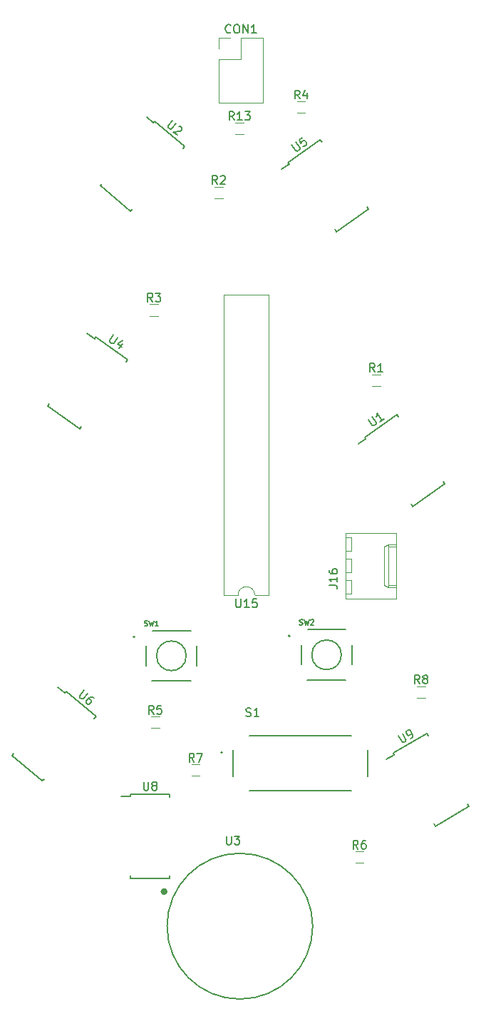
<source format=gto>
G04 #@! TF.FileFunction,Legend,Top*
%FSLAX46Y46*%
G04 Gerber Fmt 4.6, Leading zero omitted, Abs format (unit mm)*
G04 Created by KiCad (PCBNEW 4.0.7) date Sunday, November 19, 2023 'AMt' 11:29:43 AM*
%MOMM*%
%LPD*%
G01*
G04 APERTURE LIST*
%ADD10C,0.020000*%
%ADD11C,0.120000*%
%ADD12C,0.150000*%
%ADD13C,0.127000*%
%ADD14C,0.200000*%
%ADD15C,0.400000*%
G04 APERTURE END LIST*
D10*
D11*
X165320600Y-81871100D02*
X164320600Y-81871100D01*
X164320600Y-80511100D02*
X165320600Y-80511100D01*
X146613500Y-59577520D02*
X145613500Y-59577520D01*
X145613500Y-58217520D02*
X146613500Y-58217520D01*
X138932540Y-73542440D02*
X137932540Y-73542440D01*
X137932540Y-72182440D02*
X138932540Y-72182440D01*
X156405200Y-49460700D02*
X155405200Y-49460700D01*
X155405200Y-48100700D02*
X156405200Y-48100700D01*
X139054460Y-122470460D02*
X138054460Y-122470460D01*
X138054460Y-121110460D02*
X139054460Y-121110460D01*
X163334320Y-138475000D02*
X162334320Y-138475000D01*
X162334320Y-137115000D02*
X163334320Y-137115000D01*
X143862680Y-128142280D02*
X142862680Y-128142280D01*
X142862680Y-126782280D02*
X143862680Y-126782280D01*
X170657140Y-118840800D02*
X169657140Y-118840800D01*
X169657140Y-117480800D02*
X170657140Y-117480800D01*
D12*
X163435649Y-87951524D02*
X163564703Y-88135833D01*
X167244706Y-85284393D02*
X167431118Y-85550618D01*
X172980929Y-93476569D02*
X172794517Y-93210345D01*
X169171872Y-96143700D02*
X168985460Y-95877475D01*
X163435649Y-87951524D02*
X167244706Y-85284393D01*
X169171872Y-96143700D02*
X172980929Y-93476569D01*
X163564703Y-88135833D02*
X162684115Y-88752428D01*
X138495535Y-50462688D02*
X138350908Y-50635048D01*
X142057642Y-53451650D02*
X141848736Y-53700615D01*
X135629251Y-61112707D02*
X135838157Y-60863743D01*
X132067145Y-58123745D02*
X132276051Y-57874781D01*
X138495535Y-50462688D02*
X142057642Y-53451650D01*
X132067145Y-58123745D02*
X135629251Y-61112707D01*
X138350908Y-50635048D02*
X137527410Y-49944051D01*
X131505014Y-76074353D02*
X131375960Y-76258663D01*
X135314071Y-78741484D02*
X135127659Y-79007708D01*
X129577848Y-86933660D02*
X129764260Y-86667435D01*
X125768791Y-84266529D02*
X125955203Y-84000305D01*
X131505014Y-76074353D02*
X135314071Y-78741484D01*
X125768791Y-84266529D02*
X129577848Y-86933660D01*
X131375960Y-76258663D02*
X130495371Y-75642068D01*
X154362769Y-55358244D02*
X154491823Y-55542553D01*
X158171826Y-52691113D02*
X158358238Y-52957338D01*
X163908049Y-60883289D02*
X163721637Y-60617065D01*
X160098992Y-63550420D02*
X159912580Y-63284195D01*
X154362769Y-55358244D02*
X158171826Y-52691113D01*
X160098992Y-63550420D02*
X163908049Y-60883289D01*
X154491823Y-55542553D02*
X153611235Y-56159148D01*
X127992635Y-118087648D02*
X127848008Y-118260008D01*
X131554742Y-121076610D02*
X131345836Y-121325575D01*
X125126351Y-128737667D02*
X125335257Y-128488703D01*
X121564245Y-125748705D02*
X121773151Y-125499741D01*
X127992635Y-118087648D02*
X131554742Y-121076610D01*
X121564245Y-125748705D02*
X125126351Y-128737667D01*
X127848008Y-118260008D02*
X127024510Y-117569011D01*
X135630020Y-130318100D02*
X135630020Y-130543100D01*
X140280020Y-130318100D02*
X140280020Y-130643100D01*
X140280020Y-140318900D02*
X140280020Y-139993900D01*
X135630020Y-140318900D02*
X135630020Y-139993900D01*
X135630020Y-130318100D02*
X140280020Y-130318100D01*
X135630020Y-140318900D02*
X140280020Y-140318900D01*
X135630020Y-130543100D02*
X134555020Y-130543100D01*
X166824531Y-125433904D02*
X166937031Y-125628759D01*
X170851549Y-123108904D02*
X171014049Y-123390362D01*
X175851949Y-131769850D02*
X175689449Y-131488392D01*
X171824931Y-134094850D02*
X171662431Y-133813392D01*
X166824531Y-125433904D02*
X170851549Y-123108904D01*
X171824931Y-134094850D02*
X175851949Y-131769850D01*
X166937031Y-125628759D02*
X166006054Y-126166259D01*
D11*
X161229100Y-107097500D02*
X167229100Y-107097500D01*
X167229100Y-107097500D02*
X167229100Y-99277500D01*
X167229100Y-99277500D02*
X161229100Y-99277500D01*
X161229100Y-99277500D02*
X161229100Y-107097500D01*
X167229100Y-105727500D02*
X166229100Y-105727500D01*
X166229100Y-105727500D02*
X166229100Y-100647500D01*
X166229100Y-100647500D02*
X167229100Y-100647500D01*
X166229100Y-105727500D02*
X165799100Y-105477500D01*
X165799100Y-105477500D02*
X165799100Y-100897500D01*
X165799100Y-100897500D02*
X166229100Y-100647500D01*
X167229100Y-105477500D02*
X166229100Y-105477500D01*
X167229100Y-100897500D02*
X166229100Y-100897500D01*
X161229100Y-106527500D02*
X161849100Y-106527500D01*
X161849100Y-106527500D02*
X161849100Y-104927500D01*
X161849100Y-104927500D02*
X161229100Y-104927500D01*
X161229100Y-103987500D02*
X161849100Y-103987500D01*
X161849100Y-103987500D02*
X161849100Y-102387500D01*
X161849100Y-102387500D02*
X161229100Y-102387500D01*
X161229100Y-101447500D02*
X161849100Y-101447500D01*
X161849100Y-101447500D02*
X161849100Y-99847500D01*
X161849100Y-99847500D02*
X161229100Y-99847500D01*
X149084920Y-51985460D02*
X148084920Y-51985460D01*
X148084920Y-50625460D02*
X149084920Y-50625460D01*
D13*
X138287400Y-110885900D02*
X142787400Y-110885900D01*
X143487400Y-112730900D02*
X143487400Y-115030900D01*
X142787400Y-116875900D02*
X138187400Y-116875900D01*
X137492400Y-112730900D02*
X137492400Y-115030900D01*
X142242400Y-113880900D02*
G75*
G03X142242400Y-113880900I-1755000J0D01*
G01*
D14*
X136142400Y-111630900D02*
G75*
G03X136142400Y-111630900I-100000J0D01*
G01*
D13*
X156727800Y-110771600D02*
X161227800Y-110771600D01*
X161927800Y-112616600D02*
X161927800Y-114916600D01*
X161227800Y-116761600D02*
X156627800Y-116761600D01*
X155932800Y-112616600D02*
X155932800Y-114916600D01*
X160682800Y-113766600D02*
G75*
G03X160682800Y-113766600I-1755000J0D01*
G01*
D14*
X154582800Y-111516600D02*
G75*
G03X154582800Y-111516600I-100000J0D01*
G01*
D11*
X148402800Y-106689200D02*
G75*
G02X150402800Y-106689200I1000000J0D01*
G01*
X150402800Y-106689200D02*
X152052800Y-106689200D01*
X152052800Y-106689200D02*
X152052800Y-71009200D01*
X152052800Y-71009200D02*
X146752800Y-71009200D01*
X146752800Y-71009200D02*
X146752800Y-106689200D01*
X146752800Y-106689200D02*
X148402800Y-106689200D01*
D13*
X157278100Y-145961100D02*
G75*
G03X157278100Y-145961100I-8650000J0D01*
G01*
D15*
X139828100Y-141861100D02*
G75*
G03X139828100Y-141861100I-200000J0D01*
G01*
D11*
X146150020Y-48279360D02*
X151350020Y-48279360D01*
X146150020Y-43139360D02*
X146150020Y-48279360D01*
X151350020Y-40539360D02*
X151350020Y-48279360D01*
X146150020Y-43139360D02*
X148750020Y-43139360D01*
X148750020Y-43139360D02*
X148750020Y-40539360D01*
X148750020Y-40539360D02*
X151350020Y-40539360D01*
X146150020Y-41869360D02*
X146150020Y-40539360D01*
X146150020Y-40539360D02*
X147480020Y-40539360D01*
D13*
X149774000Y-123369000D02*
X161884000Y-123369000D01*
X163829000Y-125064000D02*
X163829000Y-128174000D01*
X149774000Y-129869000D02*
X161884000Y-129869000D01*
X147829000Y-125064000D02*
X147829000Y-128174000D01*
D14*
X146554000Y-125369000D02*
G75*
G03X146554000Y-125369000I-100000J0D01*
G01*
D12*
X164653934Y-80193481D02*
X164320600Y-79717290D01*
X164082505Y-80193481D02*
X164082505Y-79193481D01*
X164463458Y-79193481D01*
X164558696Y-79241100D01*
X164606315Y-79288719D01*
X164653934Y-79383957D01*
X164653934Y-79526814D01*
X164606315Y-79622052D01*
X164558696Y-79669671D01*
X164463458Y-79717290D01*
X164082505Y-79717290D01*
X165606315Y-80193481D02*
X165034886Y-80193481D01*
X165320600Y-80193481D02*
X165320600Y-79193481D01*
X165225362Y-79336338D01*
X165130124Y-79431576D01*
X165034886Y-79479195D01*
X145946834Y-57899901D02*
X145613500Y-57423710D01*
X145375405Y-57899901D02*
X145375405Y-56899901D01*
X145756358Y-56899901D01*
X145851596Y-56947520D01*
X145899215Y-56995139D01*
X145946834Y-57090377D01*
X145946834Y-57233234D01*
X145899215Y-57328472D01*
X145851596Y-57376091D01*
X145756358Y-57423710D01*
X145375405Y-57423710D01*
X146327786Y-56995139D02*
X146375405Y-56947520D01*
X146470643Y-56899901D01*
X146708739Y-56899901D01*
X146803977Y-56947520D01*
X146851596Y-56995139D01*
X146899215Y-57090377D01*
X146899215Y-57185615D01*
X146851596Y-57328472D01*
X146280167Y-57899901D01*
X146899215Y-57899901D01*
X138265874Y-71864821D02*
X137932540Y-71388630D01*
X137694445Y-71864821D02*
X137694445Y-70864821D01*
X138075398Y-70864821D01*
X138170636Y-70912440D01*
X138218255Y-70960059D01*
X138265874Y-71055297D01*
X138265874Y-71198154D01*
X138218255Y-71293392D01*
X138170636Y-71341011D01*
X138075398Y-71388630D01*
X137694445Y-71388630D01*
X138599207Y-70864821D02*
X139218255Y-70864821D01*
X138884921Y-71245773D01*
X139027779Y-71245773D01*
X139123017Y-71293392D01*
X139170636Y-71341011D01*
X139218255Y-71436250D01*
X139218255Y-71674345D01*
X139170636Y-71769583D01*
X139123017Y-71817202D01*
X139027779Y-71864821D01*
X138742064Y-71864821D01*
X138646826Y-71817202D01*
X138599207Y-71769583D01*
X155738534Y-47783081D02*
X155405200Y-47306890D01*
X155167105Y-47783081D02*
X155167105Y-46783081D01*
X155548058Y-46783081D01*
X155643296Y-46830700D01*
X155690915Y-46878319D01*
X155738534Y-46973557D01*
X155738534Y-47116414D01*
X155690915Y-47211652D01*
X155643296Y-47259271D01*
X155548058Y-47306890D01*
X155167105Y-47306890D01*
X156595677Y-47116414D02*
X156595677Y-47783081D01*
X156357581Y-46735462D02*
X156119486Y-47449748D01*
X156738534Y-47449748D01*
X138387794Y-120792841D02*
X138054460Y-120316650D01*
X137816365Y-120792841D02*
X137816365Y-119792841D01*
X138197318Y-119792841D01*
X138292556Y-119840460D01*
X138340175Y-119888079D01*
X138387794Y-119983317D01*
X138387794Y-120126174D01*
X138340175Y-120221412D01*
X138292556Y-120269031D01*
X138197318Y-120316650D01*
X137816365Y-120316650D01*
X139292556Y-119792841D02*
X138816365Y-119792841D01*
X138768746Y-120269031D01*
X138816365Y-120221412D01*
X138911603Y-120173793D01*
X139149699Y-120173793D01*
X139244937Y-120221412D01*
X139292556Y-120269031D01*
X139340175Y-120364270D01*
X139340175Y-120602365D01*
X139292556Y-120697603D01*
X139244937Y-120745222D01*
X139149699Y-120792841D01*
X138911603Y-120792841D01*
X138816365Y-120745222D01*
X138768746Y-120697603D01*
X162667654Y-136797381D02*
X162334320Y-136321190D01*
X162096225Y-136797381D02*
X162096225Y-135797381D01*
X162477178Y-135797381D01*
X162572416Y-135845000D01*
X162620035Y-135892619D01*
X162667654Y-135987857D01*
X162667654Y-136130714D01*
X162620035Y-136225952D01*
X162572416Y-136273571D01*
X162477178Y-136321190D01*
X162096225Y-136321190D01*
X163524797Y-135797381D02*
X163334320Y-135797381D01*
X163239082Y-135845000D01*
X163191463Y-135892619D01*
X163096225Y-136035476D01*
X163048606Y-136225952D01*
X163048606Y-136606905D01*
X163096225Y-136702143D01*
X163143844Y-136749762D01*
X163239082Y-136797381D01*
X163429559Y-136797381D01*
X163524797Y-136749762D01*
X163572416Y-136702143D01*
X163620035Y-136606905D01*
X163620035Y-136368810D01*
X163572416Y-136273571D01*
X163524797Y-136225952D01*
X163429559Y-136178333D01*
X163239082Y-136178333D01*
X163143844Y-136225952D01*
X163096225Y-136273571D01*
X163048606Y-136368810D01*
X143196014Y-126464661D02*
X142862680Y-125988470D01*
X142624585Y-126464661D02*
X142624585Y-125464661D01*
X143005538Y-125464661D01*
X143100776Y-125512280D01*
X143148395Y-125559899D01*
X143196014Y-125655137D01*
X143196014Y-125797994D01*
X143148395Y-125893232D01*
X143100776Y-125940851D01*
X143005538Y-125988470D01*
X142624585Y-125988470D01*
X143529347Y-125464661D02*
X144196014Y-125464661D01*
X143767442Y-126464661D01*
X169990474Y-117163181D02*
X169657140Y-116686990D01*
X169419045Y-117163181D02*
X169419045Y-116163181D01*
X169799998Y-116163181D01*
X169895236Y-116210800D01*
X169942855Y-116258419D01*
X169990474Y-116353657D01*
X169990474Y-116496514D01*
X169942855Y-116591752D01*
X169895236Y-116639371D01*
X169799998Y-116686990D01*
X169419045Y-116686990D01*
X170561902Y-116591752D02*
X170466664Y-116544133D01*
X170419045Y-116496514D01*
X170371426Y-116401276D01*
X170371426Y-116353657D01*
X170419045Y-116258419D01*
X170466664Y-116210800D01*
X170561902Y-116163181D01*
X170752379Y-116163181D01*
X170847617Y-116210800D01*
X170895236Y-116258419D01*
X170942855Y-116353657D01*
X170942855Y-116401276D01*
X170895236Y-116496514D01*
X170847617Y-116544133D01*
X170752379Y-116591752D01*
X170561902Y-116591752D01*
X170466664Y-116639371D01*
X170419045Y-116686990D01*
X170371426Y-116782229D01*
X170371426Y-116972705D01*
X170419045Y-117067943D01*
X170466664Y-117115562D01*
X170561902Y-117163181D01*
X170752379Y-117163181D01*
X170847617Y-117115562D01*
X170895236Y-117067943D01*
X170942855Y-116972705D01*
X170942855Y-116782229D01*
X170895236Y-116686990D01*
X170847617Y-116639371D01*
X170752379Y-116591752D01*
X163871402Y-85848671D02*
X164335725Y-86511794D01*
X164429359Y-86562495D01*
X164495679Y-86574189D01*
X164601007Y-86558570D01*
X164757036Y-86449317D01*
X164807738Y-86355683D01*
X164819432Y-86289363D01*
X164803813Y-86184036D01*
X164339489Y-85520912D01*
X165732217Y-85766488D02*
X165264130Y-86094246D01*
X165498173Y-85930367D02*
X164924597Y-85111215D01*
X164928522Y-85282863D01*
X164905134Y-85415504D01*
X164854432Y-85509137D01*
X140639517Y-50339334D02*
X140119165Y-50959466D01*
X140094425Y-51063031D01*
X140100294Y-51130118D01*
X140142642Y-51227814D01*
X140288556Y-51350251D01*
X140392121Y-51374990D01*
X140459209Y-51369121D01*
X140556905Y-51326773D01*
X141077257Y-50706642D01*
X141344343Y-51055079D02*
X141411430Y-51049209D01*
X141514996Y-51073949D01*
X141697388Y-51226994D01*
X141739736Y-51324690D01*
X141745605Y-51391777D01*
X141720865Y-51495343D01*
X141659648Y-51568299D01*
X141531343Y-51647125D01*
X140726295Y-51717558D01*
X141200513Y-52115474D01*
X133630086Y-75764609D02*
X133165762Y-76427732D01*
X133150143Y-76533060D01*
X133161837Y-76599380D01*
X133212539Y-76693014D01*
X133368568Y-76802267D01*
X133473896Y-76817886D01*
X133540216Y-76806192D01*
X133633850Y-76755490D01*
X134098174Y-76092367D01*
X134648119Y-76884368D02*
X134265735Y-77430469D01*
X134671588Y-76435744D02*
X134066854Y-76884287D01*
X134573948Y-77239358D01*
X154798522Y-53255391D02*
X155262845Y-53918514D01*
X155356479Y-53969215D01*
X155422799Y-53980909D01*
X155528127Y-53965290D01*
X155684156Y-53856037D01*
X155734858Y-53762403D01*
X155746552Y-53696083D01*
X155730933Y-53590756D01*
X155266609Y-52927632D01*
X156046754Y-52381369D02*
X155656681Y-52654501D01*
X155890805Y-53071886D01*
X155902499Y-53005566D01*
X155953200Y-52911932D01*
X156148237Y-52775366D01*
X156253565Y-52759747D01*
X156319885Y-52771441D01*
X156413519Y-52822143D01*
X156550085Y-53017179D01*
X156565704Y-53122507D01*
X156554010Y-53188827D01*
X156503309Y-53282460D01*
X156308272Y-53419027D01*
X156202944Y-53434646D01*
X156136624Y-53422952D01*
X130136617Y-117964294D02*
X129616265Y-118584426D01*
X129591525Y-118687991D01*
X129597394Y-118755078D01*
X129639742Y-118852774D01*
X129785656Y-118975211D01*
X129889221Y-118999950D01*
X129956309Y-118994081D01*
X130054005Y-118951733D01*
X130574357Y-118331602D01*
X131267445Y-118913172D02*
X131121531Y-118790735D01*
X131017965Y-118765996D01*
X130950878Y-118771865D01*
X130786095Y-118820082D01*
X130627181Y-118935386D01*
X130382309Y-119227213D01*
X130357570Y-119330779D01*
X130363439Y-119397866D01*
X130405787Y-119495562D01*
X130551700Y-119617998D01*
X130655266Y-119642738D01*
X130722353Y-119636869D01*
X130820049Y-119594521D01*
X130973094Y-119412130D01*
X130997834Y-119308563D01*
X130991964Y-119241476D01*
X130949617Y-119143780D01*
X130803703Y-119021344D01*
X130700137Y-118996604D01*
X130633050Y-119002474D01*
X130535354Y-119044822D01*
X137193115Y-128845481D02*
X137193115Y-129655005D01*
X137240734Y-129750243D01*
X137288353Y-129797862D01*
X137383591Y-129845481D01*
X137574068Y-129845481D01*
X137669306Y-129797862D01*
X137716925Y-129750243D01*
X137764544Y-129655005D01*
X137764544Y-128845481D01*
X138383591Y-129274052D02*
X138288353Y-129226433D01*
X138240734Y-129178814D01*
X138193115Y-129083576D01*
X138193115Y-129035957D01*
X138240734Y-128940719D01*
X138288353Y-128893100D01*
X138383591Y-128845481D01*
X138574068Y-128845481D01*
X138669306Y-128893100D01*
X138716925Y-128940719D01*
X138764544Y-129035957D01*
X138764544Y-129083576D01*
X138716925Y-129178814D01*
X138669306Y-129226433D01*
X138574068Y-129274052D01*
X138383591Y-129274052D01*
X138288353Y-129321671D01*
X138240734Y-129369290D01*
X138193115Y-129464529D01*
X138193115Y-129655005D01*
X138240734Y-129750243D01*
X138288353Y-129797862D01*
X138383591Y-129845481D01*
X138574068Y-129845481D01*
X138669306Y-129797862D01*
X138716925Y-129750243D01*
X138764544Y-129655005D01*
X138764544Y-129464529D01*
X138716925Y-129369290D01*
X138669306Y-129321671D01*
X138574068Y-129274052D01*
X167441901Y-123377031D02*
X167846663Y-124078099D01*
X167935522Y-124136768D01*
X168000570Y-124154198D01*
X168106858Y-124147818D01*
X168271816Y-124052579D01*
X168330485Y-123963721D01*
X168347915Y-123898672D01*
X168341535Y-123792384D01*
X167936773Y-123091316D01*
X168890405Y-123695437D02*
X169055362Y-123600199D01*
X169114032Y-123511340D01*
X169131462Y-123446291D01*
X169142512Y-123274955D01*
X169088513Y-123086188D01*
X168898037Y-122756273D01*
X168809179Y-122697604D01*
X168744130Y-122680174D01*
X168637842Y-122686554D01*
X168472884Y-122781793D01*
X168414215Y-122870651D01*
X168396785Y-122935700D01*
X168403165Y-123041988D01*
X168522212Y-123248184D01*
X168611071Y-123306853D01*
X168676120Y-123324284D01*
X168782408Y-123317904D01*
X168947366Y-123222665D01*
X169006035Y-123133807D01*
X169023464Y-123068757D01*
X169017084Y-122962469D01*
X159201481Y-105537023D02*
X159915767Y-105537023D01*
X160058624Y-105584643D01*
X160153862Y-105679881D01*
X160201481Y-105822738D01*
X160201481Y-105917976D01*
X160201481Y-104537023D02*
X160201481Y-105108452D01*
X160201481Y-104822738D02*
X159201481Y-104822738D01*
X159344338Y-104917976D01*
X159439576Y-105013214D01*
X159487195Y-105108452D01*
X159201481Y-103679880D02*
X159201481Y-103870357D01*
X159249100Y-103965595D01*
X159296719Y-104013214D01*
X159439576Y-104108452D01*
X159630052Y-104156071D01*
X160011005Y-104156071D01*
X160106243Y-104108452D01*
X160153862Y-104060833D01*
X160201481Y-103965595D01*
X160201481Y-103775118D01*
X160153862Y-103679880D01*
X160106243Y-103632261D01*
X160011005Y-103584642D01*
X159772910Y-103584642D01*
X159677671Y-103632261D01*
X159630052Y-103679880D01*
X159582433Y-103775118D01*
X159582433Y-103965595D01*
X159630052Y-104060833D01*
X159677671Y-104108452D01*
X159772910Y-104156071D01*
X147942063Y-50307841D02*
X147608729Y-49831650D01*
X147370634Y-50307841D02*
X147370634Y-49307841D01*
X147751587Y-49307841D01*
X147846825Y-49355460D01*
X147894444Y-49403079D01*
X147942063Y-49498317D01*
X147942063Y-49641174D01*
X147894444Y-49736412D01*
X147846825Y-49784031D01*
X147751587Y-49831650D01*
X147370634Y-49831650D01*
X148894444Y-50307841D02*
X148323015Y-50307841D01*
X148608729Y-50307841D02*
X148608729Y-49307841D01*
X148513491Y-49450698D01*
X148418253Y-49545936D01*
X148323015Y-49593555D01*
X149227777Y-49307841D02*
X149846825Y-49307841D01*
X149513491Y-49688793D01*
X149656349Y-49688793D01*
X149751587Y-49736412D01*
X149799206Y-49784031D01*
X149846825Y-49879270D01*
X149846825Y-50117365D01*
X149799206Y-50212603D01*
X149751587Y-50260222D01*
X149656349Y-50307841D01*
X149370634Y-50307841D01*
X149275396Y-50260222D01*
X149227777Y-50212603D01*
X137283843Y-110291762D02*
X137373935Y-110321792D01*
X137524088Y-110321792D01*
X137584150Y-110291762D01*
X137614180Y-110261731D01*
X137644211Y-110201670D01*
X137644211Y-110141609D01*
X137614180Y-110081547D01*
X137584150Y-110051517D01*
X137524088Y-110021486D01*
X137403966Y-109991456D01*
X137343905Y-109961425D01*
X137313874Y-109931394D01*
X137283843Y-109871333D01*
X137283843Y-109811272D01*
X137313874Y-109751211D01*
X137343905Y-109721180D01*
X137403966Y-109691149D01*
X137554119Y-109691149D01*
X137644211Y-109721180D01*
X137854425Y-109691149D02*
X138004578Y-110321792D01*
X138124700Y-109871333D01*
X138244823Y-110321792D01*
X138394976Y-109691149D01*
X138965558Y-110321792D02*
X138605190Y-110321792D01*
X138785374Y-110321792D02*
X138785374Y-109691149D01*
X138725313Y-109781241D01*
X138665252Y-109841302D01*
X138605190Y-109871333D01*
X155724243Y-110177462D02*
X155814335Y-110207492D01*
X155964488Y-110207492D01*
X156024550Y-110177462D01*
X156054580Y-110147431D01*
X156084611Y-110087370D01*
X156084611Y-110027309D01*
X156054580Y-109967247D01*
X156024550Y-109937217D01*
X155964488Y-109907186D01*
X155844366Y-109877156D01*
X155784305Y-109847125D01*
X155754274Y-109817094D01*
X155724243Y-109757033D01*
X155724243Y-109696972D01*
X155754274Y-109636911D01*
X155784305Y-109606880D01*
X155844366Y-109576849D01*
X155994519Y-109576849D01*
X156084611Y-109606880D01*
X156294825Y-109576849D02*
X156444978Y-110207492D01*
X156565100Y-109757033D01*
X156685223Y-110207492D01*
X156835376Y-109576849D01*
X157045590Y-109636911D02*
X157075621Y-109606880D01*
X157135682Y-109576849D01*
X157285835Y-109576849D01*
X157345897Y-109606880D01*
X157375927Y-109636911D01*
X157405958Y-109696972D01*
X157405958Y-109757033D01*
X157375927Y-109847125D01*
X157015560Y-110207492D01*
X157405958Y-110207492D01*
X148164705Y-107141581D02*
X148164705Y-107951105D01*
X148212324Y-108046343D01*
X148259943Y-108093962D01*
X148355181Y-108141581D01*
X148545658Y-108141581D01*
X148640896Y-108093962D01*
X148688515Y-108046343D01*
X148736134Y-107951105D01*
X148736134Y-107141581D01*
X149736134Y-108141581D02*
X149164705Y-108141581D01*
X149450419Y-108141581D02*
X149450419Y-107141581D01*
X149355181Y-107284438D01*
X149259943Y-107379676D01*
X149164705Y-107427295D01*
X150640896Y-107141581D02*
X150164705Y-107141581D01*
X150117086Y-107617771D01*
X150164705Y-107570152D01*
X150259943Y-107522533D01*
X150498039Y-107522533D01*
X150593277Y-107570152D01*
X150640896Y-107617771D01*
X150688515Y-107713010D01*
X150688515Y-107951105D01*
X150640896Y-108046343D01*
X150593277Y-108093962D01*
X150498039Y-108141581D01*
X150259943Y-108141581D01*
X150164705Y-108093962D01*
X150117086Y-108046343D01*
X147041195Y-135278481D02*
X147041195Y-136088005D01*
X147088814Y-136183243D01*
X147136433Y-136230862D01*
X147231671Y-136278481D01*
X147422148Y-136278481D01*
X147517386Y-136230862D01*
X147565005Y-136183243D01*
X147612624Y-136088005D01*
X147612624Y-135278481D01*
X147993576Y-135278481D02*
X148612624Y-135278481D01*
X148279290Y-135659433D01*
X148422148Y-135659433D01*
X148517386Y-135707052D01*
X148565005Y-135754671D01*
X148612624Y-135849910D01*
X148612624Y-136088005D01*
X148565005Y-136183243D01*
X148517386Y-136230862D01*
X148422148Y-136278481D01*
X148136433Y-136278481D01*
X148041195Y-136230862D01*
X147993576Y-136183243D01*
X147535735Y-39896503D02*
X147488116Y-39944122D01*
X147345259Y-39991741D01*
X147250021Y-39991741D01*
X147107163Y-39944122D01*
X147011925Y-39848884D01*
X146964306Y-39753646D01*
X146916687Y-39563170D01*
X146916687Y-39420312D01*
X146964306Y-39229836D01*
X147011925Y-39134598D01*
X147107163Y-39039360D01*
X147250021Y-38991741D01*
X147345259Y-38991741D01*
X147488116Y-39039360D01*
X147535735Y-39086979D01*
X148154782Y-38991741D02*
X148345259Y-38991741D01*
X148440497Y-39039360D01*
X148535735Y-39134598D01*
X148583354Y-39325074D01*
X148583354Y-39658408D01*
X148535735Y-39848884D01*
X148440497Y-39944122D01*
X148345259Y-39991741D01*
X148154782Y-39991741D01*
X148059544Y-39944122D01*
X147964306Y-39848884D01*
X147916687Y-39658408D01*
X147916687Y-39325074D01*
X147964306Y-39134598D01*
X148059544Y-39039360D01*
X148154782Y-38991741D01*
X149011925Y-39991741D02*
X149011925Y-38991741D01*
X149583354Y-39991741D01*
X149583354Y-38991741D01*
X150583354Y-39991741D02*
X150011925Y-39991741D01*
X150297639Y-39991741D02*
X150297639Y-38991741D01*
X150202401Y-39134598D01*
X150107163Y-39229836D01*
X150011925Y-39277455D01*
X149367095Y-121013762D02*
X149509952Y-121061381D01*
X149748048Y-121061381D01*
X149843286Y-121013762D01*
X149890905Y-120966143D01*
X149938524Y-120870905D01*
X149938524Y-120775667D01*
X149890905Y-120680429D01*
X149843286Y-120632810D01*
X149748048Y-120585190D01*
X149557571Y-120537571D01*
X149462333Y-120489952D01*
X149414714Y-120442333D01*
X149367095Y-120347095D01*
X149367095Y-120251857D01*
X149414714Y-120156619D01*
X149462333Y-120109000D01*
X149557571Y-120061381D01*
X149795667Y-120061381D01*
X149938524Y-120109000D01*
X150890905Y-121061381D02*
X150319476Y-121061381D01*
X150605190Y-121061381D02*
X150605190Y-120061381D01*
X150509952Y-120204238D01*
X150414714Y-120299476D01*
X150319476Y-120347095D01*
M02*

</source>
